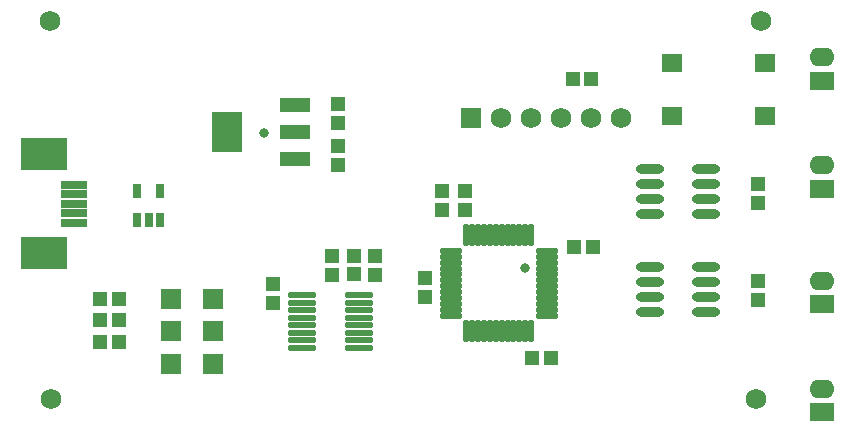
<source format=gts>
G04*
G04 #@! TF.GenerationSoftware,Altium Limited,Altium Designer,18.1.6 (161)*
G04*
G04 Layer_Color=8388736*
%FSLAX25Y25*%
%MOIN*%
G70*
G01*
G75*
%ADD16R,0.04737X0.04934*%
%ADD17R,0.04540X0.04737*%
%ADD18O,0.09461X0.03162*%
%ADD19R,0.10249X0.13398*%
%ADD20R,0.10249X0.04737*%
%ADD21R,0.03162X0.05131*%
%ADD22R,0.06706X0.06706*%
%ADD23R,0.06922X0.05918*%
%ADD24R,0.04737X0.04540*%
%ADD25R,0.15761X0.10642*%
%ADD26R,0.08674X0.02769*%
%ADD27O,0.09461X0.02178*%
%ADD28R,0.04934X0.04737*%
%ADD29O,0.01981X0.07690*%
%ADD30O,0.07690X0.01981*%
%ADD31O,0.08300X0.06300*%
%ADD32R,0.08300X0.06300*%
%ADD33C,0.06800*%
%ADD34R,0.06800X0.06800*%
%ADD35C,0.03300*%
D16*
X615500Y362850D02*
D03*
Y369150D02*
D03*
Y395350D02*
D03*
Y401650D02*
D03*
X473793Y371350D02*
D03*
Y377650D02*
D03*
D17*
X475500Y428150D02*
D03*
Y421850D02*
D03*
Y407850D02*
D03*
Y414150D02*
D03*
X454000Y368150D02*
D03*
Y361850D02*
D03*
X480897Y371448D02*
D03*
Y377747D02*
D03*
X488000Y371350D02*
D03*
Y377650D02*
D03*
X518000Y399150D02*
D03*
Y392850D02*
D03*
X510397Y399150D02*
D03*
Y392850D02*
D03*
X504604Y370150D02*
D03*
Y363850D02*
D03*
D18*
X598449Y391500D02*
D03*
Y396500D02*
D03*
Y401500D02*
D03*
Y406500D02*
D03*
X579551Y391500D02*
D03*
Y396500D02*
D03*
Y401500D02*
D03*
Y406500D02*
D03*
X598449Y359000D02*
D03*
Y364000D02*
D03*
Y369000D02*
D03*
Y374000D02*
D03*
X579551Y359000D02*
D03*
Y364000D02*
D03*
Y369000D02*
D03*
Y374000D02*
D03*
D19*
X438583Y419000D02*
D03*
D20*
X461417Y428055D02*
D03*
Y419000D02*
D03*
Y409945D02*
D03*
D21*
X408760Y389579D02*
D03*
X412500D02*
D03*
X416240D02*
D03*
Y399421D02*
D03*
X408760D02*
D03*
D22*
X420110Y341500D02*
D03*
X433890D02*
D03*
X420110Y352500D02*
D03*
X433890D02*
D03*
X420110Y363344D02*
D03*
X433890D02*
D03*
D23*
X618150Y441858D02*
D03*
Y424142D02*
D03*
X586850Y441858D02*
D03*
Y424142D02*
D03*
D24*
X546650Y343500D02*
D03*
X540350D02*
D03*
X560650Y380500D02*
D03*
X554350D02*
D03*
D25*
X377657Y378465D02*
D03*
Y411535D02*
D03*
D26*
X387499Y395000D02*
D03*
Y398150D02*
D03*
Y401299D02*
D03*
Y391850D02*
D03*
Y388701D02*
D03*
D27*
X482534Y346926D02*
D03*
Y349426D02*
D03*
Y351926D02*
D03*
Y354426D02*
D03*
Y356926D02*
D03*
Y359426D02*
D03*
Y361926D02*
D03*
Y364426D02*
D03*
X463637Y346926D02*
D03*
Y349426D02*
D03*
Y351926D02*
D03*
Y354426D02*
D03*
Y356926D02*
D03*
Y359426D02*
D03*
Y361926D02*
D03*
Y364426D02*
D03*
D28*
X402650Y363207D02*
D03*
X396350D02*
D03*
X402650Y356103D02*
D03*
X396350D02*
D03*
X402650Y349000D02*
D03*
X396350D02*
D03*
X560150Y436500D02*
D03*
X553850D02*
D03*
D29*
X518401Y384543D02*
D03*
X520369D02*
D03*
X522338D02*
D03*
X524306D02*
D03*
X526275D02*
D03*
X528243D02*
D03*
X530212D02*
D03*
X532180D02*
D03*
X534149D02*
D03*
X536117D02*
D03*
X538086D02*
D03*
X540054D02*
D03*
Y352457D02*
D03*
X538086D02*
D03*
X536117D02*
D03*
X534149D02*
D03*
X532180D02*
D03*
X530212D02*
D03*
X528243D02*
D03*
X526275D02*
D03*
X524306D02*
D03*
X522338D02*
D03*
X520369D02*
D03*
X518401D02*
D03*
D30*
X545271Y379327D02*
D03*
Y377358D02*
D03*
Y375390D02*
D03*
Y373421D02*
D03*
Y371453D02*
D03*
Y369484D02*
D03*
Y367516D02*
D03*
Y365547D02*
D03*
Y363579D02*
D03*
Y361610D02*
D03*
Y359642D02*
D03*
Y357673D02*
D03*
X513184D02*
D03*
Y359642D02*
D03*
Y361610D02*
D03*
Y363579D02*
D03*
Y365547D02*
D03*
Y367516D02*
D03*
Y369484D02*
D03*
Y371453D02*
D03*
Y373421D02*
D03*
Y375390D02*
D03*
Y377358D02*
D03*
Y379327D02*
D03*
D31*
X637000Y333374D02*
D03*
Y443874D02*
D03*
Y369374D02*
D03*
Y407874D02*
D03*
D32*
Y325500D02*
D03*
Y436000D02*
D03*
Y361500D02*
D03*
Y400000D02*
D03*
D33*
X380000Y330000D02*
D03*
X379500Y456000D02*
D03*
X616500D02*
D03*
X615000Y330000D02*
D03*
X570000Y423500D02*
D03*
X560000D02*
D03*
X550000D02*
D03*
X540000D02*
D03*
X530000D02*
D03*
D34*
X520000D02*
D03*
D35*
X451000Y418500D02*
D03*
X538000Y373500D02*
D03*
M02*

</source>
